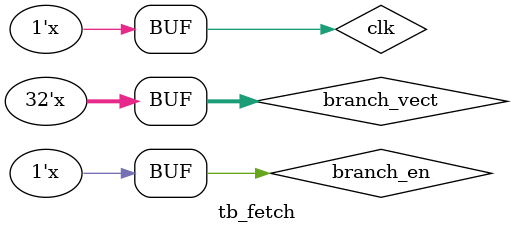
<source format=v>
`timescale 1ns / 1ps



module tb_fetch;
    reg clk = 0;
    reg [31:0] branch_vect;
    reg branch_en;

    wire dma_instr_en;
    wire [31:0] dma_instr_addr;
    wire [31:0] dma_instr_data;

    wire [31:0] instruction;
    wire instruction_valid;
    wire [31:0] pc_val;

     fetch_top fetch(
        //inputs
        .clk(clk),
        .branch_vect(branch_vect),
        .branch_en(branch_en),
        .dma_instr_write_en(dma_instr_en),
        .dma_instr_addr(dma_instr_addr),
        .dma_instr_write_data(dma_instr_data),
        //outputs
        .instruction(instruction),
        .instr_valid(instruction_valid),
        .pc_val(pc_val)
    );

   instr_writer writer(
        .clk(clk),
        .instr_write_en(dma_instr_en),
        .addr(dma_instr_addr),
        .data(dma_instr_data)
    );


    always begin
        #20 clk <= clk + 1;
    end


    reg [29:0] ctr = 0;
    always @(posedge clk) begin
        ctr <= ctr + 1;
    end
    always @(*) begin
        case(ctr) 
            3 : 
            begin
                branch_en = 0;
            end
            4 : begin
                 branch_en = 0;
            end
            5 :  begin
                branch_en = 1;
                branch_vect = 32'd0;
            end
            6 : begin
                ctr <= 3;
            end
            endcase

    end
endmodule
</source>
